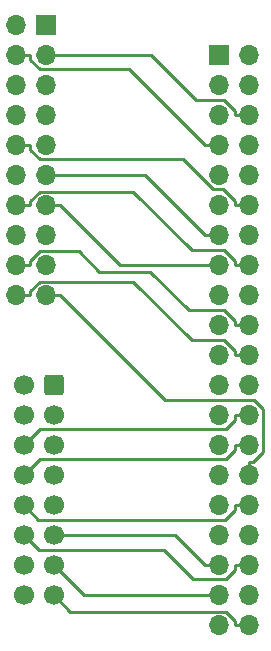
<source format=gbr>
%TF.GenerationSoftware,KiCad,Pcbnew,7.0.9*%
%TF.CreationDate,2023-12-24T18:40:11+00:00*%
%TF.ProjectId,GPIO2HUB75,4750494f-3248-4554-9237-352e6b696361,rev?*%
%TF.SameCoordinates,Original*%
%TF.FileFunction,Copper,L1,Top*%
%TF.FilePolarity,Positive*%
%FSLAX46Y46*%
G04 Gerber Fmt 4.6, Leading zero omitted, Abs format (unit mm)*
G04 Created by KiCad (PCBNEW 7.0.9) date 2023-12-24 18:40:11*
%MOMM*%
%LPD*%
G01*
G04 APERTURE LIST*
G04 Aperture macros list*
%AMRoundRect*
0 Rectangle with rounded corners*
0 $1 Rounding radius*
0 $2 $3 $4 $5 $6 $7 $8 $9 X,Y pos of 4 corners*
0 Add a 4 corners polygon primitive as box body*
4,1,4,$2,$3,$4,$5,$6,$7,$8,$9,$2,$3,0*
0 Add four circle primitives for the rounded corners*
1,1,$1+$1,$2,$3*
1,1,$1+$1,$4,$5*
1,1,$1+$1,$6,$7*
1,1,$1+$1,$8,$9*
0 Add four rect primitives between the rounded corners*
20,1,$1+$1,$2,$3,$4,$5,0*
20,1,$1+$1,$4,$5,$6,$7,0*
20,1,$1+$1,$6,$7,$8,$9,0*
20,1,$1+$1,$8,$9,$2,$3,0*%
G04 Aperture macros list end*
%TA.AperFunction,ComponentPad*%
%ADD10RoundRect,0.250000X0.600000X0.600000X-0.600000X0.600000X-0.600000X-0.600000X0.600000X-0.600000X0*%
%TD*%
%TA.AperFunction,ComponentPad*%
%ADD11C,1.700000*%
%TD*%
%TA.AperFunction,ComponentPad*%
%ADD12O,1.700000X1.700000*%
%TD*%
%TA.AperFunction,ComponentPad*%
%ADD13R,1.700000X1.700000*%
%TD*%
%TA.AperFunction,Conductor*%
%ADD14C,0.250000*%
%TD*%
G04 APERTURE END LIST*
D10*
%TO.P,J3,1,Pin_1*%
%TO.N,Net-(J2-Pin_23)*%
X107950000Y-81280000D03*
D11*
%TO.P,J3,2,Pin_2*%
%TO.N,Net-(J2-Pin_24)*%
X105410000Y-81280000D03*
%TO.P,J3,3,Pin_3*%
%TO.N,Net-(J2-Pin_27)*%
X107950000Y-83820000D03*
%TO.P,J3,4,Pin_4*%
%TO.N,Net-(J2-Pin_25)*%
X105410000Y-83820000D03*
%TO.P,J3,5,Pin_5*%
%TO.N,Net-(J2-Pin_29)*%
X107950000Y-86360000D03*
%TO.P,J3,6,Pin_6*%
%TO.N,Net-(J2-Pin_26)*%
X105410000Y-86360000D03*
%TO.P,J3,7,Pin_7*%
%TO.N,Net-(J2-Pin_31)*%
X107950000Y-88900000D03*
%TO.P,J3,8,Pin_8*%
%TO.N,Net-(J2-Pin_28)*%
X105410000Y-88900000D03*
%TO.P,J3,9,Pin_9*%
%TO.N,Net-(J2-Pin_33)*%
X107950000Y-91440000D03*
%TO.P,J3,10,Pin_10*%
%TO.N,Net-(J2-Pin_32)*%
X105410000Y-91440000D03*
%TO.P,J3,11,Pin_11*%
%TO.N,Net-(J2-Pin_35)*%
X107950000Y-93980000D03*
%TO.P,J3,12,Pin_12*%
%TO.N,Net-(J2-Pin_36)*%
X105410000Y-93980000D03*
%TO.P,J3,13,Pin_13*%
%TO.N,Net-(J2-Pin_37)*%
X107950000Y-96520000D03*
%TO.P,J3,14,Pin_14*%
%TO.N,Net-(J2-Pin_38)*%
X105410000Y-96520000D03*
%TO.P,J3,15,Pin_15*%
%TO.N,Net-(J2-Pin_40)*%
X107950000Y-99060000D03*
%TO.P,J3,16,Pin_16*%
%TO.N,Net-(J2-Pin_39)*%
X105410000Y-99060000D03*
%TD*%
D12*
%TO.P,J2,40,Pin_40*%
%TO.N,Net-(J2-Pin_40)*%
X124460000Y-101600000D03*
%TO.P,J2,39,Pin_39*%
%TO.N,Net-(J2-Pin_39)*%
X121920000Y-101600000D03*
%TO.P,J2,38,Pin_38*%
%TO.N,Net-(J2-Pin_38)*%
X124460000Y-99060000D03*
%TO.P,J2,37,Pin_37*%
%TO.N,Net-(J2-Pin_37)*%
X121920000Y-99060000D03*
%TO.P,J2,36,Pin_36*%
%TO.N,Net-(J2-Pin_36)*%
X124460000Y-96520000D03*
%TO.P,J2,35,Pin_35*%
%TO.N,Net-(J2-Pin_35)*%
X121920000Y-96520000D03*
%TO.P,J2,34,Pin_34*%
%TO.N,unconnected-(J2-Pin_34-Pad34)*%
X124460000Y-93980000D03*
%TO.P,J2,33,Pin_33*%
%TO.N,Net-(J2-Pin_33)*%
X121920000Y-93980000D03*
%TO.P,J2,32,Pin_32*%
%TO.N,Net-(J2-Pin_32)*%
X124460000Y-91440000D03*
%TO.P,J2,31,Pin_31*%
%TO.N,Net-(J2-Pin_31)*%
X121920000Y-91440000D03*
%TO.P,J2,30,Pin_30*%
%TO.N,Net-(J1-Pin_19)*%
X124460000Y-88900000D03*
%TO.P,J2,29,Pin_29*%
%TO.N,Net-(J2-Pin_29)*%
X121920000Y-88900000D03*
%TO.P,J2,28,Pin_28*%
%TO.N,Net-(J2-Pin_28)*%
X124460000Y-86360000D03*
%TO.P,J2,27,Pin_27*%
%TO.N,Net-(J2-Pin_27)*%
X121920000Y-86360000D03*
%TO.P,J2,26,Pin_26*%
%TO.N,Net-(J2-Pin_26)*%
X124460000Y-83820000D03*
%TO.P,J2,25,Pin_25*%
%TO.N,Net-(J2-Pin_25)*%
X121920000Y-83820000D03*
%TO.P,J2,24,Pin_24*%
%TO.N,Net-(J2-Pin_24)*%
X124460000Y-81280000D03*
%TO.P,J2,23,Pin_23*%
%TO.N,Net-(J2-Pin_23)*%
X121920000Y-81280000D03*
%TO.P,J2,22,Pin_22*%
%TO.N,Net-(J1-Pin_20)*%
X124460000Y-78740000D03*
%TO.P,J2,21,Pin_21*%
%TO.N,Net-(J1-Pin_17)*%
X121920000Y-78740000D03*
%TO.P,J2,20,Pin_20*%
%TO.N,Net-(J1-Pin_18)*%
X124460000Y-76200000D03*
%TO.P,J2,19,Pin_19*%
%TO.N,Net-(J1-Pin_15)*%
X121920000Y-76200000D03*
%TO.P,J2,18,Pin_18*%
%TO.N,Net-(J1-Pin_16)*%
X124460000Y-73660000D03*
%TO.P,J2,17,Pin_17*%
%TO.N,unconnected-(J2-Pin_17-Pad17)*%
X121920000Y-73660000D03*
%TO.P,J2,16,Pin_16*%
%TO.N,Net-(J1-Pin_14)*%
X124460000Y-71120000D03*
%TO.P,J2,15,Pin_15*%
%TO.N,Net-(J1-Pin_13)*%
X121920000Y-71120000D03*
%TO.P,J2,14,Pin_14*%
%TO.N,Net-(J1-Pin_12)*%
X124460000Y-68580000D03*
%TO.P,J2,13,Pin_13*%
%TO.N,Net-(J1-Pin_11)*%
X121920000Y-68580000D03*
%TO.P,J2,12,Pin_12*%
%TO.N,Net-(J1-Pin_10)*%
X124460000Y-66040000D03*
%TO.P,J2,11,Pin_11*%
%TO.N,Net-(J1-Pin_9)*%
X121920000Y-66040000D03*
%TO.P,J2,10,Pin_10*%
%TO.N,Net-(J1-Pin_8)*%
X124460000Y-63500000D03*
%TO.P,J2,9,Pin_9*%
%TO.N,unconnected-(J2-Pin_9-Pad9)*%
X121920000Y-63500000D03*
%TO.P,J2,8,Pin_8*%
%TO.N,Net-(J1-Pin_7)*%
X124460000Y-60960000D03*
%TO.P,J2,7,Pin_7*%
%TO.N,Net-(J1-Pin_4)*%
X121920000Y-60960000D03*
%TO.P,J2,6,Pin_6*%
%TO.N,Net-(J1-Pin_3)*%
X124460000Y-58420000D03*
%TO.P,J2,5,Pin_5*%
%TO.N,Net-(J1-Pin_5)*%
X121920000Y-58420000D03*
%TO.P,J2,4,Pin_4*%
%TO.N,unconnected-(J2-Pin_4-Pad4)*%
X124460000Y-55880000D03*
%TO.P,J2,3,Pin_3*%
%TO.N,Net-(J1-Pin_6)*%
X121920000Y-55880000D03*
%TO.P,J2,2,Pin_2*%
%TO.N,Net-(J1-Pin_1)*%
X124460000Y-53340000D03*
D13*
%TO.P,J2,1,Pin_1*%
%TO.N,Net-(J1-Pin_2)*%
X121920000Y-53340000D03*
%TD*%
%TO.P,J1,1,Pin_1*%
%TO.N,Net-(J1-Pin_1)*%
X107315000Y-50800000D03*
D12*
%TO.P,J1,2,Pin_2*%
%TO.N,Net-(J1-Pin_2)*%
X104775000Y-50800000D03*
%TO.P,J1,3,Pin_3*%
%TO.N,Net-(J1-Pin_3)*%
X107315000Y-53340000D03*
%TO.P,J1,4,Pin_4*%
%TO.N,Net-(J1-Pin_4)*%
X104775000Y-53340000D03*
%TO.P,J1,5,Pin_5*%
%TO.N,Net-(J1-Pin_5)*%
X107315000Y-55880000D03*
%TO.P,J1,6,Pin_6*%
%TO.N,Net-(J1-Pin_6)*%
X104775000Y-55880000D03*
%TO.P,J1,7,Pin_7*%
%TO.N,Net-(J1-Pin_7)*%
X107315000Y-58420000D03*
%TO.P,J1,8,Pin_8*%
%TO.N,Net-(J1-Pin_8)*%
X104775000Y-58420000D03*
%TO.P,J1,9,Pin_9*%
%TO.N,Net-(J1-Pin_9)*%
X107315000Y-60960000D03*
%TO.P,J1,10,Pin_10*%
%TO.N,Net-(J1-Pin_10)*%
X104775000Y-60960000D03*
%TO.P,J1,11,Pin_11*%
%TO.N,Net-(J1-Pin_11)*%
X107315000Y-63500000D03*
%TO.P,J1,12,Pin_12*%
%TO.N,Net-(J1-Pin_12)*%
X104775000Y-63500000D03*
%TO.P,J1,13,Pin_13*%
%TO.N,Net-(J1-Pin_13)*%
X107315000Y-66040000D03*
%TO.P,J1,14,Pin_14*%
%TO.N,Net-(J1-Pin_14)*%
X104775000Y-66040000D03*
%TO.P,J1,15,Pin_15*%
%TO.N,Net-(J1-Pin_15)*%
X107315000Y-68580000D03*
%TO.P,J1,16,Pin_16*%
%TO.N,Net-(J1-Pin_16)*%
X104775000Y-68580000D03*
%TO.P,J1,17,Pin_17*%
%TO.N,Net-(J1-Pin_17)*%
X107315000Y-71120000D03*
%TO.P,J1,18,Pin_18*%
%TO.N,Net-(J1-Pin_18)*%
X104775000Y-71120000D03*
%TO.P,J1,19,Pin_19*%
%TO.N,Net-(J1-Pin_19)*%
X107315000Y-73660000D03*
%TO.P,J1,20,Pin_20*%
%TO.N,Net-(J1-Pin_20)*%
X104775000Y-73660000D03*
%TD*%
D14*
%TO.N,Net-(J2-Pin_40)*%
X109313100Y-100423100D02*
X107950000Y-99060000D01*
X122474100Y-100423100D02*
X109313100Y-100423100D01*
X123283100Y-101232100D02*
X122474100Y-100423100D01*
X123283100Y-101600000D02*
X123283100Y-101232100D01*
X124460000Y-101600000D02*
X123283100Y-101600000D01*
%TO.N,Net-(J2-Pin_37)*%
X121920000Y-99060000D02*
X120743100Y-99060000D01*
X110490000Y-99060000D02*
X120743100Y-99060000D01*
X107950000Y-96520000D02*
X110490000Y-99060000D01*
%TO.N,Net-(J2-Pin_36)*%
X106680000Y-95250000D02*
X105410000Y-93980000D01*
X117251400Y-95250000D02*
X106680000Y-95250000D01*
X119701400Y-97700000D02*
X117251400Y-95250000D01*
X122470900Y-97700000D02*
X119701400Y-97700000D01*
X123283100Y-96887800D02*
X122470900Y-97700000D01*
X123283100Y-96520000D02*
X123283100Y-96887800D01*
X124460000Y-96520000D02*
X123283100Y-96520000D01*
%TO.N,Net-(J2-Pin_35)*%
X118203100Y-93980000D02*
X107950000Y-93980000D01*
X120743100Y-96520000D02*
X118203100Y-93980000D01*
X121920000Y-96520000D02*
X120743100Y-96520000D01*
%TO.N,Net-(J2-Pin_32)*%
X106600600Y-92630600D02*
X105410000Y-91440000D01*
X122460300Y-92630600D02*
X106600600Y-92630600D01*
X123283100Y-91807800D02*
X122460300Y-92630600D01*
X123283100Y-91440000D02*
X123283100Y-91807800D01*
X124460000Y-91440000D02*
X123283100Y-91440000D01*
%TO.N,Net-(J2-Pin_28)*%
X106773100Y-87536900D02*
X105410000Y-88900000D01*
X122474100Y-87536900D02*
X106773100Y-87536900D01*
X123283100Y-86727900D02*
X122474100Y-87536900D01*
X123283100Y-86360000D02*
X123283100Y-86727900D01*
X124460000Y-86360000D02*
X123283100Y-86360000D01*
%TO.N,Net-(J2-Pin_26)*%
X106773100Y-84996900D02*
X105410000Y-86360000D01*
X122474100Y-84996900D02*
X106773100Y-84996900D01*
X123283100Y-84187900D02*
X122474100Y-84996900D01*
X123283100Y-83820000D02*
X123283100Y-84187900D01*
X124460000Y-83820000D02*
X123283100Y-83820000D01*
%TO.N,Net-(J1-Pin_20)*%
X123283100Y-78374200D02*
X123283100Y-78740000D01*
X122378900Y-77470000D02*
X123283100Y-78374200D01*
X119640600Y-77470000D02*
X122378900Y-77470000D01*
X114653100Y-72482500D02*
X119640600Y-77470000D01*
X106761600Y-72482500D02*
X114653100Y-72482500D01*
X105951900Y-73292200D02*
X106761600Y-72482500D01*
X105951900Y-73660000D02*
X105951900Y-73292200D01*
X104775000Y-73660000D02*
X105951900Y-73660000D01*
X124460000Y-78740000D02*
X123283100Y-78740000D01*
%TO.N,Net-(J1-Pin_19)*%
X124825800Y-87723100D02*
X124460000Y-87723100D01*
X125651000Y-86897900D02*
X124825800Y-87723100D01*
X125651000Y-83302100D02*
X125651000Y-86897900D01*
X124898900Y-82550000D02*
X125651000Y-83302100D01*
X117381900Y-82550000D02*
X124898900Y-82550000D01*
X108491900Y-73660000D02*
X117381900Y-82550000D01*
X107315000Y-73660000D02*
X108491900Y-73660000D01*
X124460000Y-88900000D02*
X124460000Y-87723100D01*
%TO.N,Net-(J1-Pin_18)*%
X123283100Y-75834200D02*
X123283100Y-76200000D01*
X122378900Y-74930000D02*
X123283100Y-75834200D01*
X119407300Y-74930000D02*
X122378900Y-74930000D01*
X116119200Y-71641900D02*
X119407300Y-74930000D01*
X111737200Y-71641900D02*
X116119200Y-71641900D01*
X110024700Y-69929400D02*
X111737200Y-71641900D01*
X106774700Y-69929400D02*
X110024700Y-69929400D01*
X105951900Y-70752200D02*
X106774700Y-69929400D01*
X105951900Y-71120000D02*
X105951900Y-70752200D01*
X104775000Y-71120000D02*
X105951900Y-71120000D01*
X124460000Y-76200000D02*
X123283100Y-76200000D01*
%TO.N,Net-(J1-Pin_14)*%
X123283100Y-70754200D02*
X123283100Y-71120000D01*
X122378900Y-69850000D02*
X123283100Y-70754200D01*
X119640600Y-69850000D02*
X122378900Y-69850000D01*
X114653100Y-64862500D02*
X119640600Y-69850000D01*
X106761600Y-64862500D02*
X114653100Y-64862500D01*
X105951900Y-65672200D02*
X106761600Y-64862500D01*
X105951900Y-66040000D02*
X105951900Y-65672200D01*
X104775000Y-66040000D02*
X105951900Y-66040000D01*
X124460000Y-71120000D02*
X123283100Y-71120000D01*
%TO.N,Net-(J1-Pin_13)*%
X113571900Y-71120000D02*
X121920000Y-71120000D01*
X108491900Y-66040000D02*
X113571900Y-71120000D01*
X107315000Y-66040000D02*
X108491900Y-66040000D01*
%TO.N,Net-(J1-Pin_11)*%
X115663100Y-63500000D02*
X120743100Y-68580000D01*
X107315000Y-63500000D02*
X115663100Y-63500000D01*
X121920000Y-68580000D02*
X120743100Y-68580000D01*
%TO.N,Net-(J1-Pin_10)*%
X123283100Y-65674200D02*
X123283100Y-66040000D01*
X122285800Y-64676900D02*
X123283100Y-65674200D01*
X121432500Y-64676900D02*
X122285800Y-64676900D01*
X118892500Y-62136900D02*
X121432500Y-64676900D01*
X106760900Y-62136900D02*
X118892500Y-62136900D01*
X105951900Y-61327900D02*
X106760900Y-62136900D01*
X105951900Y-60960000D02*
X105951900Y-61327900D01*
X104775000Y-60960000D02*
X105951900Y-60960000D01*
X124460000Y-66040000D02*
X123283100Y-66040000D01*
%TO.N,Net-(J1-Pin_4)*%
X114300000Y-54516900D02*
X120743100Y-60960000D01*
X106760900Y-54516900D02*
X114300000Y-54516900D01*
X105951900Y-53707900D02*
X106760900Y-54516900D01*
X105951900Y-53340000D02*
X105951900Y-53707900D01*
X104775000Y-53340000D02*
X105951900Y-53340000D01*
X121920000Y-60960000D02*
X120743100Y-60960000D01*
%TO.N,Net-(J1-Pin_3)*%
X123283100Y-58054200D02*
X123283100Y-58420000D01*
X122378900Y-57150000D02*
X123283100Y-58054200D01*
X120014300Y-57150000D02*
X122378900Y-57150000D01*
X116204300Y-53340000D02*
X120014300Y-57150000D01*
X107315000Y-53340000D02*
X116204300Y-53340000D01*
X124460000Y-58420000D02*
X123283100Y-58420000D01*
%TD*%
M02*

</source>
